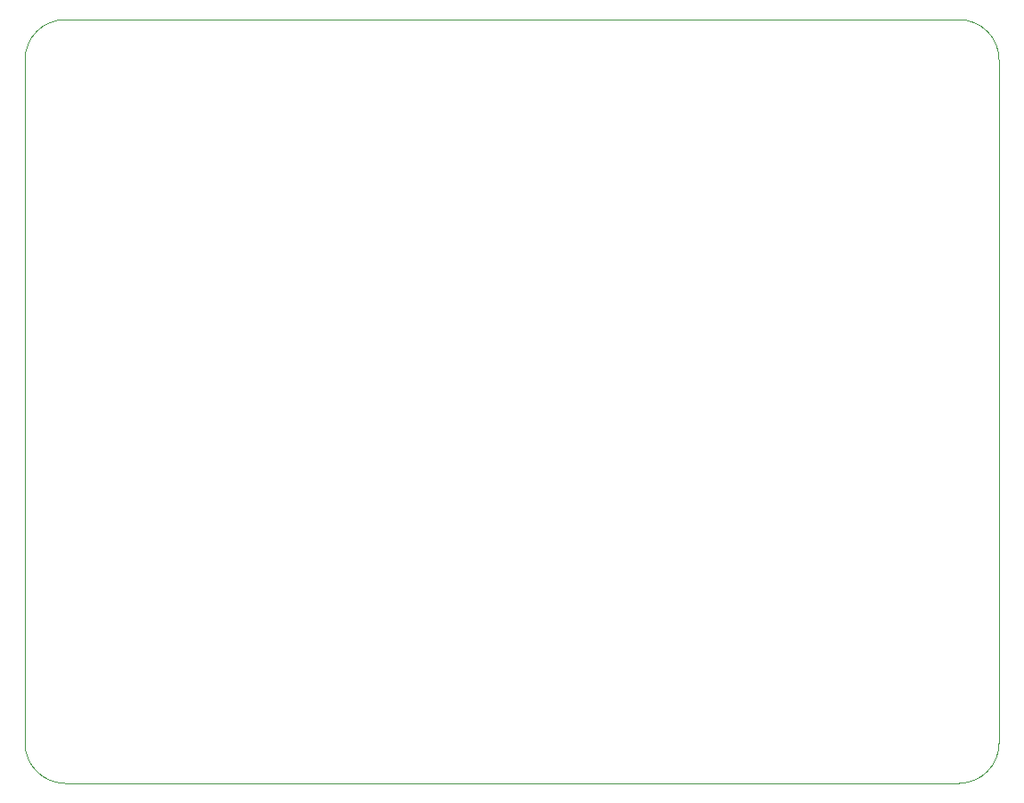
<source format=gbr>
G04 #@! TF.GenerationSoftware,KiCad,Pcbnew,(5.1.0)-1*
G04 #@! TF.CreationDate,2019-10-16T16:56:12+11:00*
G04 #@! TF.ProjectId,Teensy_Shield_Board,5465656e-7379-45f5-9368-69656c645f42,rev?*
G04 #@! TF.SameCoordinates,Original*
G04 #@! TF.FileFunction,Profile,NP*
%FSLAX46Y46*%
G04 Gerber Fmt 4.6, Leading zero omitted, Abs format (unit mm)*
G04 Created by KiCad (PCBNEW (5.1.0)-1) date 2019-10-16 16:56:12*
%MOMM*%
%LPD*%
G04 APERTURE LIST*
%ADD10C,0.050000*%
%ADD11C,0.120000*%
G04 APERTURE END LIST*
D10*
X175050000Y-88240000D02*
X90050000Y-88240000D01*
X178860000Y-157050000D02*
X178860000Y-92050000D01*
X86240000Y-92050000D02*
X86240000Y-157050000D01*
D11*
X86240000Y-92050000D02*
G75*
G02X90050000Y-88240000I3810000J0D01*
G01*
X175050000Y-88240000D02*
G75*
G02X178860000Y-92050000I0J-3810000D01*
G01*
X178860000Y-157050000D02*
G75*
G02X175050000Y-160860000I-3810000J0D01*
G01*
D10*
X90050000Y-160860000D02*
X175050000Y-160860000D01*
D11*
X90050000Y-160860000D02*
G75*
G02X86240000Y-157050000I0J3810000D01*
G01*
M02*

</source>
